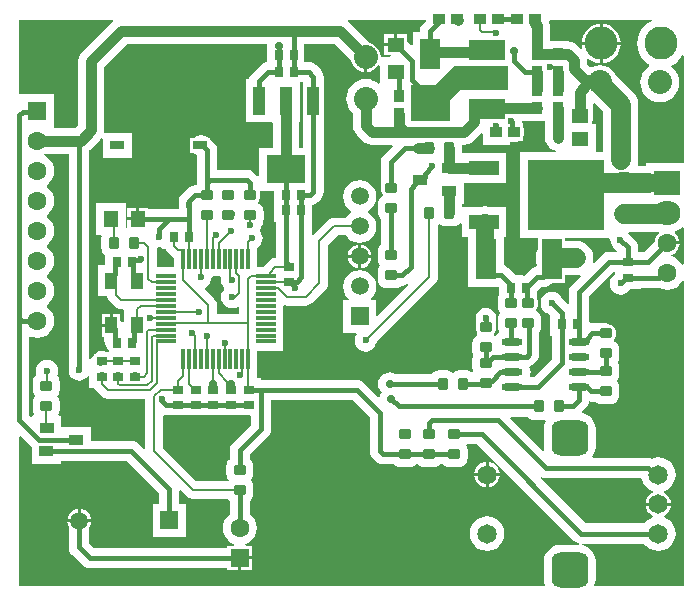
<source format=gtl>
G04*
G04 #@! TF.GenerationSoftware,Altium Limited,Altium Designer,21.3.2 (30)*
G04*
G04 Layer_Physical_Order=1*
G04 Layer_Color=255*
%FSTAX25Y25*%
%MOIN*%
G70*
G04*
G04 #@! TF.SameCoordinates,665701D7-0C42-49A3-A721-B3261F62B861*
G04*
G04*
G04 #@! TF.FilePolarity,Positive*
G04*
G01*
G75*
%ADD14C,0.00800*%
G04:AMPARAMS|DCode=23|XSize=39.37mil|YSize=35.43mil|CornerRadius=4.43mil|HoleSize=0mil|Usage=FLASHONLY|Rotation=0.000|XOffset=0mil|YOffset=0mil|HoleType=Round|Shape=RoundedRectangle|*
%AMROUNDEDRECTD23*
21,1,0.03937,0.02657,0,0,0.0*
21,1,0.03051,0.03543,0,0,0.0*
1,1,0.00886,0.01526,-0.01329*
1,1,0.00886,-0.01526,-0.01329*
1,1,0.00886,-0.01526,0.01329*
1,1,0.00886,0.01526,0.01329*
%
%ADD23ROUNDEDRECTD23*%
%ADD24R,0.03347X0.02756*%
%ADD25R,0.02756X0.03347*%
%ADD26R,0.07087X0.13583*%
%ADD27R,0.09843X0.04724*%
%ADD28R,0.25591X0.23622*%
%ADD29R,0.05512X0.04724*%
%ADD30R,0.06693X0.09843*%
%ADD31R,0.03740X0.03937*%
G04:AMPARAMS|DCode=32|XSize=39.37mil|YSize=35.43mil|CornerRadius=4.43mil|HoleSize=0mil|Usage=FLASHONLY|Rotation=270.000|XOffset=0mil|YOffset=0mil|HoleType=Round|Shape=RoundedRectangle|*
%AMROUNDEDRECTD32*
21,1,0.03937,0.02657,0,0,270.0*
21,1,0.03051,0.03543,0,0,270.0*
1,1,0.00886,-0.01329,-0.01526*
1,1,0.00886,-0.01329,0.01526*
1,1,0.00886,0.01329,0.01526*
1,1,0.00886,0.01329,-0.01526*
%
%ADD32ROUNDEDRECTD32*%
%ADD33R,0.03937X0.05512*%
%ADD34O,0.07087X0.02362*%
%ADD35R,0.03740X0.03543*%
%ADD36R,0.04724X0.03347*%
%ADD37R,0.06693X0.01181*%
%ADD38R,0.01181X0.06693*%
%ADD39R,0.05000X0.05500*%
%ADD40R,0.04724X0.03150*%
%ADD41R,0.03937X0.09449*%
%ADD42R,0.12992X0.09449*%
%ADD43R,0.03937X0.03740*%
%ADD44R,0.12205X0.07087*%
%ADD45R,0.05500X0.05000*%
%ADD80C,0.01700*%
%ADD81C,0.03500*%
%ADD82C,0.06500*%
%ADD83C,0.06000*%
%ADD84C,0.06299*%
%ADD85R,0.06299X0.06299*%
%ADD86C,0.05906*%
%ADD87R,0.05906X0.05906*%
G04:AMPARAMS|DCode=88|XSize=122.05mil|YSize=118.11mil|CornerRadius=29.53mil|HoleSize=0mil|Usage=FLASHONLY|Rotation=0.000|XOffset=0mil|YOffset=0mil|HoleType=Round|Shape=RoundedRectangle|*
%AMROUNDEDRECTD88*
21,1,0.12205,0.05906,0,0,0.0*
21,1,0.06299,0.11811,0,0,0.0*
1,1,0.05906,0.03150,-0.02953*
1,1,0.05906,-0.03150,-0.02953*
1,1,0.05906,-0.03150,0.02953*
1,1,0.05906,0.03150,0.02953*
%
%ADD88ROUNDEDRECTD88*%
%ADD89C,0.06496*%
%ADD90R,0.09000X0.08000*%
%ADD91O,0.09000X0.08000*%
%ADD92R,0.05906X0.05906*%
%ADD93C,0.11000*%
%ADD94C,0.02362*%
%ADD95C,0.02756*%
%ADD96C,0.08000*%
G36*
X0368079Y0389456D02*
X0367111Y0388488D01*
X0366574Y0387788D01*
X0366236Y0386973D01*
X0366121Y0386098D01*
Y0385795D01*
X0363653D01*
Y0381528D01*
X0363192Y0381337D01*
X036175Y0382779D01*
Y0385D01*
X03585D01*
Y03815D01*
X0358D01*
Y0381D01*
X035425D01*
Y0378D01*
X0356326D01*
X0356069Y03775D01*
X0353029D01*
X0352871Y0378695D01*
X0352367Y0379911D01*
X0351566Y0380956D01*
X0350522Y0381757D01*
X0349305Y0382261D01*
X0349174Y0382278D01*
X0342421Y0389031D01*
X0341844Y0389474D01*
X0342014Y0389974D01*
X0368079D01*
Y0389456D01*
D02*
G37*
G36*
X0443579Y0389474D02*
X0443424Y0389427D01*
X0442034Y0388684D01*
X0440816Y0387684D01*
X0439816Y0386466D01*
X0439073Y0385076D01*
X0438616Y0383568D01*
X0438461Y0382D01*
X0438616Y0380432D01*
X0439073Y0378924D01*
X0439816Y0377534D01*
X0440816Y0376316D01*
X0442034Y0375316D01*
X0442563Y0375033D01*
Y0374533D01*
X0442371Y0374431D01*
X0441382Y0373618D01*
X0440569Y0372629D01*
X0439966Y0371499D01*
X0439594Y0370274D01*
X0439468Y0369D01*
X0439594Y0367726D01*
X0439966Y03665D01*
X0440569Y0365371D01*
X0441382Y0364382D01*
X0442371Y0363569D01*
X0443501Y0362966D01*
X0444726Y0362594D01*
X0446Y0362469D01*
X0447274Y0362594D01*
X0448499Y0362966D01*
X0449629Y0363569D01*
X0450618Y0364382D01*
X0451431Y0365371D01*
X0452034Y03665D01*
X0452406Y0367726D01*
X0452531Y0369D01*
X0452406Y0370274D01*
X0452034Y0371499D01*
X0451431Y0372629D01*
X0450618Y0373618D01*
X0449921Y0374191D01*
X044998Y0374789D01*
X0450966Y0375316D01*
X0452184Y0376316D01*
X0453184Y0377534D01*
X0453474Y0378077D01*
X0453974Y0377951D01*
Y0342D01*
X04415D01*
Y03413D01*
X0438877D01*
X0438713Y0341546D01*
X0438612Y03418D01*
X04388Y0343223D01*
Y0361594D01*
X0438602Y0363095D01*
X0438023Y0364494D01*
X0437101Y0365695D01*
X0431112Y0371684D01*
X0431023Y03719D01*
X0430101Y0373101D01*
X04289Y0374023D01*
X0427501Y0374602D01*
X0426Y03748D01*
X0424499Y0374602D01*
X0423402Y0374148D01*
X0422921D01*
X042179Y0375279D01*
Y0376402D01*
X042173Y0376859D01*
X0422199Y0377121D01*
X0422871Y0376569D01*
X0424001Y0375966D01*
X0425226Y0375594D01*
X0426Y0375518D01*
Y03815D01*
X0420018D01*
X0420094Y0380726D01*
X0420166Y0380487D01*
X0419737Y038023D01*
X0418484Y0381484D01*
X0417596Y0382165D01*
X0416562Y0382593D01*
X0415453Y0382739D01*
X0409287D01*
Y0388004D01*
X0409141Y0389113D01*
X0408991Y0389474D01*
X0409288Y0389974D01*
X0443505D01*
X0443579Y0389474D01*
D02*
G37*
G36*
X0343111Y0376216D02*
X0343129Y0376084D01*
X0343633Y0374868D01*
X0344434Y0373824D01*
X0345478Y0373022D01*
X0346695Y0372518D01*
X03475Y0372412D01*
Y037739D01*
X03485D01*
Y0372412D01*
X0349305Y0372518D01*
X0350522Y0373022D01*
X0351566Y0373824D01*
X035225Y0374715D01*
X035275Y0374545D01*
Y0368767D01*
X035225Y0368531D01*
X0351629Y0369041D01*
X03505Y0369644D01*
X0349274Y0370016D01*
X0348Y0370142D01*
X0346726Y0370016D01*
X03455Y0369644D01*
X0344371Y0369041D01*
X0343382Y0368229D01*
X0342569Y0367239D01*
X0341966Y036611D01*
X0341594Y0364884D01*
X0341469Y036361D01*
X0341594Y0362336D01*
X0341966Y0361111D01*
X0342569Y0359982D01*
X0343382Y0358992D01*
X0343713Y0358719D01*
Y035455D01*
X0343859Y0353441D01*
X0344288Y0352407D01*
X0344969Y0351519D01*
X0347019Y0349469D01*
X0347907Y0348788D01*
X0348941Y0348359D01*
X035005Y0348213D01*
X0356782D01*
X0356973Y0347751D01*
X0354111Y0344889D01*
X0353574Y0344189D01*
X0353236Y0343374D01*
X0353121Y03425D01*
Y0333846D01*
X0353236Y0332972D01*
X0353574Y0332157D01*
X0353575Y0332155D01*
X0353615Y0331955D01*
X0353744Y0331762D01*
Y0331158D01*
X035349Y0331053D01*
X0352875Y0330581D01*
X0352404Y0329966D01*
X0352107Y0329251D01*
X0352006Y0328482D01*
Y0325825D01*
X0352107Y0325057D01*
X0352404Y0324341D01*
X0352875Y0323726D01*
X0353121Y0323537D01*
Y0314963D01*
X0352875Y0314774D01*
X0352404Y0314159D01*
X0352107Y0313443D01*
X0352006Y0312675D01*
Y0310018D01*
X0352107Y0309249D01*
X0352404Y0308534D01*
X0352813Y0308D01*
X0352404Y0307466D01*
X0352107Y030675D01*
X0352006Y0305982D01*
Y0303325D01*
X0352107Y0302557D01*
X0352404Y0301841D01*
X0352875Y0301226D01*
X035349Y0300754D01*
X0354206Y0300458D01*
X0354974Y0300357D01*
X0358026D01*
X0358794Y0300458D01*
X035951Y0300754D01*
X0360124Y0301226D01*
X0360163Y0301276D01*
X0361028Y030139D01*
X0361843Y0301727D01*
X0362017Y0301861D01*
X0362348Y0301484D01*
X0351915Y0291051D01*
X0351453Y0291243D01*
Y0296453D01*
X0349809D01*
X0349648Y0296926D01*
X0349889Y0297111D01*
X0350763Y029825D01*
X0351312Y0299576D01*
X03515Y0301D01*
X0351312Y0302424D01*
X0350763Y030375D01*
X0349889Y0304889D01*
X034875Y0305763D01*
X0347424Y0306312D01*
X0346Y03065D01*
X0344577Y0306312D01*
X034325Y0305763D01*
X0342111Y0304889D01*
X0341237Y030375D01*
X0340688Y0302424D01*
X03405Y0301D01*
X0340688Y0299576D01*
X0341237Y029825D01*
X0342111Y0297111D01*
X0342352Y0296926D01*
X0342191Y0296453D01*
X0340547D01*
Y0285547D01*
X0344749D01*
X0344971Y0285099D01*
X0344785Y0284856D01*
X0344414Y0283961D01*
X0344287Y0283D01*
X0344414Y0282039D01*
X0344785Y0281144D01*
X0345375Y0280375D01*
X0346144Y0279785D01*
X0347039Y0279414D01*
X0348Y0279287D01*
X0348961Y0279414D01*
X0349856Y0279785D01*
X0350625Y0280375D01*
X0351215Y0281144D01*
X0351586Y0282039D01*
X0351649Y0282512D01*
X0371222Y0302085D01*
X0371687Y0302691D01*
X0371979Y0303397D01*
X0372079Y0304153D01*
Y032149D01*
X03725Y0321813D01*
X0373034Y0321404D01*
X0373749Y0321107D01*
X0374518Y0321006D01*
X0377175D01*
X0377943Y0321107D01*
X0378659Y0321404D01*
X0379274Y0321876D01*
X0379461Y0322119D01*
X0379961Y0321949D01*
Y03176D01*
X0382031D01*
Y0300709D01*
X0392563D01*
Y029852D01*
X0392404Y0298313D01*
X0392107Y0297597D01*
X0392006Y0296829D01*
Y0294171D01*
X0392107Y0293403D01*
X0392404Y0292687D01*
X0392813Y0292154D01*
X0392404Y029162D01*
X0392107Y0290904D01*
X0392006Y0290136D01*
Y0287478D01*
X0392107Y028671D01*
X0392404Y0285994D01*
X0392633Y0285695D01*
X039189Y0285125D01*
X0391546Y0284676D01*
X0391234Y0284604D01*
X0390756Y0284939D01*
Y0285262D01*
X0390885Y0285455D01*
X0390925Y0285655D01*
X0390926Y0285657D01*
X0391264Y0286472D01*
X0391379Y0287347D01*
Y02905D01*
X0391264Y0291374D01*
X0390926Y029219D01*
X0390389Y0292889D01*
X0389689Y0293426D01*
X0388875Y0293764D01*
X0388Y0293879D01*
X0387125Y0293764D01*
X0386311Y0293426D01*
X0385611Y0292889D01*
X0385074Y029219D01*
X0384736Y0291374D01*
X0384621Y02905D01*
Y0287347D01*
X0384736Y0286472D01*
X0385074Y0285657D01*
X0385075Y0285655D01*
X0385115Y0285455D01*
X0385244Y0285262D01*
Y0284658D01*
X038499Y0284553D01*
X0384376Y0284081D01*
X0383904Y0283466D01*
X0383607Y0282751D01*
X0383506Y0281982D01*
Y0279325D01*
X0383607Y0278557D01*
X0383838Y0278D01*
X0383607Y0277443D01*
X0383506Y0276675D01*
Y0274018D01*
X0383607Y027325D01*
X038383Y0272712D01*
X0383419Y0272397D01*
X0383159Y0272596D01*
X0382443Y0272893D01*
X0381675Y0272994D01*
X0379018D01*
X037825Y0272893D01*
X0377534Y0272596D01*
X0377Y0272187D01*
X0376466Y0272596D01*
X037575Y0272893D01*
X0374982Y0272994D01*
X0372325D01*
X0371557Y0272893D01*
X0370841Y0272596D01*
X0370226Y0272125D01*
X0370037Y0271879D01*
X0357967D01*
X0357956Y0271887D01*
X0357012Y0272278D01*
X0356Y0272411D01*
X0354988Y0272278D01*
X0354044Y0271887D01*
X0353234Y0271266D01*
X0352613Y0270456D01*
X0352222Y0269512D01*
X0352089Y02685D01*
X0352222Y0267488D01*
X0352613Y0266544D01*
X0353234Y0265734D01*
X0353292Y026569D01*
X0353113Y0265456D01*
X0352722Y0264512D01*
X0352684Y0264228D01*
X0352211Y0264068D01*
X034733Y0268948D01*
X034663Y0269485D01*
X0345815Y0269823D01*
X0344941Y0269938D01*
X0313173D01*
Y0270437D01*
X0311752D01*
Y0270969D01*
X0311917D01*
Y0279583D01*
X0320532D01*
Y0281551D01*
Y0285488D01*
Y0289425D01*
Y0294461D01*
X0320832Y0294661D01*
X0321031Y0294722D01*
X0321724Y029463D01*
X0328055D01*
X0328813Y029473D01*
X0329518Y0295022D01*
X0330124Y0295487D01*
X0334568Y0299932D01*
X0335033Y0300537D01*
X0335325Y0301243D01*
X0335425Y0302D01*
Y0314788D01*
X0338712Y0318075D01*
X0341371D01*
X0342111Y0317111D01*
X034325Y0316237D01*
X0344577Y0315688D01*
X0346Y03155D01*
X0347424Y0315688D01*
X034875Y0316237D01*
X0349889Y0317111D01*
X0350763Y031825D01*
X0351312Y0319577D01*
X03515Y0321D01*
X0351312Y0322424D01*
X0350763Y032375D01*
X0349889Y0324889D01*
X0348807Y0325719D01*
X0348776Y0326D01*
X0348807Y0326281D01*
X0349889Y0327111D01*
X0350763Y032825D01*
X0351312Y0329576D01*
X03515Y0331D01*
X0351312Y0332423D01*
X0350763Y033375D01*
X0349889Y0334889D01*
X034875Y0335763D01*
X0347424Y0336312D01*
X0346Y03365D01*
X0344577Y0336312D01*
X034325Y0335763D01*
X0342111Y0334889D01*
X0341237Y033375D01*
X0340688Y0332423D01*
X03405Y0331D01*
X0340688Y0329576D01*
X0341237Y032825D01*
X0342111Y0327111D01*
X0343193Y0326281D01*
X0343224Y0326D01*
X0343193Y0325719D01*
X0342111Y0324889D01*
X0341371Y0323925D01*
X03375D01*
X0336743Y0323825D01*
X0336037Y0323533D01*
X0335432Y0323068D01*
X0330438Y0318075D01*
X0330413Y0318075D01*
X0329938Y0318246D01*
Y03265D01*
Y0328171D01*
X0330434Y0328236D01*
X0331249Y0328574D01*
X0331948Y0329111D01*
X0332944Y0330107D01*
X0333481Y0330806D01*
X0333819Y0331621D01*
X0333934Y0332496D01*
Y0362917D01*
Y0370945D01*
X0333819Y0371819D01*
X0333481Y0372634D01*
X0332944Y0373334D01*
X0331389Y0374889D01*
X0330689Y0375426D01*
X0329874Y0375764D01*
X0329Y0375879D01*
X0327438D01*
Y0378D01*
Y0381713D01*
X0337614D01*
X0343111Y0376216D01*
D02*
G37*
G36*
X03955Y03665D02*
X03795D01*
X0376Y0363D01*
Y0356D01*
X0363D01*
Y0368D01*
X0371D01*
X03775Y03745D01*
X03955D01*
Y03665D01*
D02*
G37*
G36*
X0264046Y0389474D02*
X0263469Y0389031D01*
X0253469Y0379031D01*
X0252788Y0378143D01*
X0252359Y037711D01*
X0252213Y0376D01*
Y0354776D01*
X0251224Y0353787D01*
X0244623D01*
X024415Y035385D01*
Y036515D01*
X023285D01*
X0232526Y0365515D01*
Y0389974D01*
X0263876D01*
X0264046Y0389474D01*
D02*
G37*
G36*
X0407713Y03505D02*
X0407859Y0349391D01*
X0408288Y0348357D01*
X0408969Y0347469D01*
X0409857Y0346788D01*
X041089Y0346359D01*
X0411543Y0346273D01*
X041151Y0345774D01*
X0399449D01*
Y0317151D01*
X0405382D01*
Y031335D01*
X0404823Y0312001D01*
X0404625Y03105D01*
X0404823Y0308999D01*
X040522Y0308041D01*
X040522Y0308002D01*
X0404903Y03075D01*
X0404347Y0307426D01*
X0403532Y0307089D01*
X0402832Y0306552D01*
X0400768Y0304487D01*
X0400319Y0304673D01*
Y0304673D01*
X039818D01*
X0395561Y0307292D01*
X0394862Y0307829D01*
X0394118Y0308137D01*
Y03176D01*
X0394803D01*
Y0327325D01*
X0389526D01*
X0389164Y0327475D01*
X0387728Y0327664D01*
X0386293Y0327475D01*
X0385931Y0327325D01*
X0380187D01*
Y0328627D01*
X0380762D01*
Y03356D01*
X0394803D01*
Y0345325D01*
X0380208D01*
Y0346728D01*
X0380143Y0347218D01*
Y0348213D01*
X0380842D01*
X0381952Y0348359D01*
X0382986Y0348788D01*
X0383874Y0349469D01*
X038657Y0352165D01*
X0387032Y0351973D01*
Y034813D01*
X0395969D01*
Y0349019D01*
X0396384Y0349297D01*
X0396531Y0349236D01*
X0397406Y0349121D01*
X039828Y0349236D01*
X0399095Y0349574D01*
X0399168Y034963D01*
X0400374D01*
Y0350913D01*
X0400669Y0351625D01*
X0400784Y03525D01*
X0400669Y0353375D01*
X0400374Y0354087D01*
Y035537D01*
X0400006D01*
Y0355873D01*
X0400174Y0356066D01*
X040488D01*
X0404979Y0356079D01*
X0407713D01*
Y03505D01*
D02*
G37*
G36*
X0327176Y0362917D02*
Y0347307D01*
X0325787D01*
Y0355693D01*
X0325969D01*
Y0369121D01*
X0327176D01*
Y0362917D01*
D02*
G37*
G36*
X04272Y0359192D02*
Y0345774D01*
X0424769D01*
Y0355139D01*
X0423269D01*
Y0355719D01*
X0423654Y0356648D01*
X04238Y0357757D01*
Y0361939D01*
X0424262Y036213D01*
X04272Y0359192D01*
D02*
G37*
G36*
X0315063Y0375821D02*
X0314626Y0375764D01*
X031381Y0375426D01*
X0313111Y0374889D01*
X0310056Y0371834D01*
X0309519Y0371134D01*
X0309181Y0370319D01*
X0309158Y0370142D01*
X0307976D01*
Y0355693D01*
X0316913D01*
X0317213Y0355317D01*
Y0347307D01*
X0312504D01*
Y0337914D01*
X0312004Y0337744D01*
X0311889Y0337893D01*
X0310893Y0338889D01*
X0310194Y0339426D01*
X0309379Y0339764D01*
X0308504Y0339879D01*
X0298379D01*
Y0346567D01*
X0298264Y0347442D01*
X0297926Y0348256D01*
X0297389Y0348956D01*
X0296142Y0350204D01*
Y0350575D01*
X0295714D01*
X0295256Y0350926D01*
X0294442Y0351264D01*
X0293567Y0351379D01*
X0292779D01*
X0291905Y0351264D01*
X029109Y0350926D01*
X0290632Y0350575D01*
X0289417D01*
Y0348127D01*
X0289401Y0348D01*
X0289417Y0347873D01*
Y0345425D01*
X0290632D01*
X029109Y0345074D01*
X0291621Y0344854D01*
Y03355D01*
Y0334725D01*
X0290996D01*
X0290121Y033461D01*
X0289306Y0334273D01*
X0288607Y0333736D01*
X0286737Y0331867D01*
X02862Y0331167D01*
X0285863Y0330352D01*
X0285748Y0329477D01*
X0285805Y0329041D01*
X0285736Y0328874D01*
X0285621Y0328D01*
X0285651Y0327776D01*
Y0326879D01*
X02755D01*
Y032725D01*
X02725D01*
Y03235D01*
X0272D01*
Y0323D01*
X02685D01*
Y032032D01*
X0268Y032062D01*
Y032875D01*
X0258D01*
Y031825D01*
X0259697D01*
X0259928Y0317903D01*
X0259952Y031775D01*
X0259857Y0317026D01*
Y0313974D01*
X0259958Y0313206D01*
X0260254Y031249D01*
X0260726Y0311876D01*
X0261063Y0311617D01*
Y0308692D01*
X0261034Y0308472D01*
Y0308236D01*
X0258701D01*
Y0297724D01*
X0261884D01*
X0261912Y0297505D01*
X0262205Y02968D01*
X0262669Y0296194D01*
X0264479Y0294385D01*
X0265085Y029392D01*
X026579Y0293627D01*
X0266547Y0293528D01*
X0266967D01*
X0267362Y0293276D01*
Y0289219D01*
X0266862Y0289049D01*
X0266677Y028929D01*
X0266138Y0289704D01*
Y0291776D01*
X0263669D01*
Y028802D01*
X0263169D01*
Y028752D01*
X0260201D01*
Y0284264D01*
X0260909D01*
Y0282948D01*
X0261024Y0282074D01*
X0261362Y0281259D01*
X0261898Y0280559D01*
X0261921Y0280537D01*
X0262015Y0280311D01*
X0262552Y0279611D01*
X0262397Y0279168D01*
X0262205Y0278984D01*
X0261691D01*
X0261689Y0278985D01*
X0260875Y0279323D01*
X026Y0279438D01*
X0259125Y0279323D01*
X0258311Y0278985D01*
X0257611Y0278448D01*
X0257599Y0278437D01*
X0257327D01*
Y0278164D01*
X0257083Y027792D01*
X0256546Y0277221D01*
X0256379Y0276818D01*
X0255879Y0276917D01*
Y0346352D01*
X0256031Y0346469D01*
X0259531Y0349969D01*
X0259858Y0350395D01*
X0260358Y0350225D01*
Y0343925D01*
X0270083D01*
Y0352075D01*
X0261044D01*
X0260714Y0352451D01*
X0260787Y0353D01*
Y0374224D01*
X0268276Y0381713D01*
X0315063D01*
Y0375821D01*
D02*
G37*
G36*
X0280063Y0313812D02*
Y0313327D01*
X0281341D01*
X0281408Y0313164D01*
X0281873Y0312559D01*
X0283368Y0311063D01*
X0283974Y0310598D01*
X0284083Y0310553D01*
Y0307417D01*
X0278425D01*
Y0313692D01*
X0278868Y0314139D01*
X0279Y0314121D01*
X0279563Y0314195D01*
X0280063Y0313812D01*
D02*
G37*
G36*
X0445883Y0318722D02*
X0445541Y031846D01*
X0444875Y0317593D01*
X0444457Y0316583D01*
X0444405Y0316183D01*
X044066Y0312438D01*
X0438879D01*
Y0314D01*
X0438764Y0314875D01*
X0438426Y0315689D01*
X0437889Y0316389D01*
X0435557Y0318722D01*
X0435764Y0319222D01*
X0445713D01*
X0445883Y0318722D01*
D02*
G37*
G36*
X0429496Y0316776D02*
X0429478Y0316643D01*
X0429593Y0315768D01*
X0429931Y0314953D01*
X0430468Y0314254D01*
X0431783Y0312938D01*
X0431576Y0312438D01*
X0429059D01*
X0428185Y0312323D01*
X042737Y0311985D01*
X042667Y0311448D01*
X0424019Y0308798D01*
X0423615Y0309101D01*
X04238Y03105D01*
X0423602Y0312001D01*
X0423023Y03134D01*
X0422101Y0314601D01*
X04209Y0315523D01*
X0419501Y0316102D01*
X0418Y03163D01*
X0414468D01*
Y0317151D01*
X0429166D01*
X0429496Y0316776D01*
D02*
G37*
G36*
X0453974Y0320567D02*
Y0308329D01*
X0453484Y0308232D01*
X0453435Y0308349D01*
X0452529Y0309529D01*
X0451349Y0310435D01*
X0449975Y0311004D01*
X0449839Y0311022D01*
X0449772Y0311535D01*
X0450593Y0311875D01*
X045146Y0312541D01*
X0452125Y0313407D01*
X0452543Y0314417D01*
X045262Y0315D01*
X04485D01*
Y0316D01*
X045262D01*
X0452543Y0316583D01*
X0452125Y0317593D01*
X045146Y031846D01*
X0451019Y0318797D01*
X045112Y0319351D01*
X04515Y0319466D01*
X0452629Y0320069D01*
X0453474Y0320763D01*
X0453974Y0320567D01*
D02*
G37*
G36*
X0317563Y0327327D02*
Y0322327D01*
X0318062D01*
Y0310484D01*
X0317917D01*
X031716Y0310384D01*
X0316455Y0310092D01*
X0315849Y0309627D01*
X0313939Y0307717D01*
X0313709Y0307417D01*
X0311917D01*
Y0313831D01*
X0312625Y0314375D01*
X0313215Y0315144D01*
X0313586Y0316039D01*
X0313713Y0317D01*
X0313586Y0317961D01*
X0313215Y0318856D01*
X0312663Y0319576D01*
X0312715Y0319644D01*
X0313086Y0320539D01*
X0313188Y0321308D01*
X0313596Y0321841D01*
X0313893Y0322557D01*
X0313994Y0323325D01*
Y0325982D01*
X0313893Y032675D01*
X0313596Y0327466D01*
X0313124Y0328081D01*
X031251Y0328553D01*
X0312256Y0328658D01*
Y0329262D01*
X0312385Y0329455D01*
X0312425Y0329655D01*
X0312426Y0329657D01*
X0312764Y0330472D01*
X0312879Y0331347D01*
Y0332858D01*
X0317563D01*
Y0327327D01*
D02*
G37*
G36*
X0419702Y0304481D02*
X0416733Y0301511D01*
X0416196Y0300812D01*
X0415858Y0299997D01*
X0415743Y0299122D01*
Y0295189D01*
X0415281Y0294997D01*
X0413423Y0296856D01*
X0413215Y0297356D01*
X0412625Y0298125D01*
X0411856Y0298715D01*
X0410961Y0299086D01*
X041Y0299213D01*
X0409039Y0299086D01*
X0408144Y0298715D01*
X0407375Y0298125D01*
X0406785Y0297356D01*
X0406414Y0296461D01*
X0406287Y02955D01*
X0406414Y0294539D01*
X0406785Y0293644D01*
X0407375Y0292875D01*
X0408144Y0292285D01*
X0408644Y0292077D01*
X0409563Y0291159D01*
Y0284327D01*
X0410062D01*
Y027684D01*
X04041Y0270879D01*
X0403003D01*
X0402725Y0271295D01*
X0402826Y0271539D01*
X0402953Y02725D01*
X0402826Y0273461D01*
X040254Y0274152D01*
X0402922Y0274536D01*
X040332Y02747D01*
X040402Y0275237D01*
X0404889Y0276107D01*
X0405426Y0276806D01*
X0405764Y0277621D01*
X0405879Y0278496D01*
Y0285711D01*
X0406096Y0285994D01*
X0406393Y028671D01*
X0406494Y0287478D01*
Y0290136D01*
X0406393Y0290904D01*
X0406096Y029162D01*
X0405624Y0292235D01*
X040501Y0292706D01*
X0404756Y0292812D01*
Y0293415D01*
X0404885Y0293608D01*
X0404925Y0293808D01*
X0404926Y0293811D01*
X0405264Y0294625D01*
X0405379Y02955D01*
X0405264Y0296375D01*
X0405158Y0296629D01*
Y0299321D01*
X0406621Y0300784D01*
X0407232D01*
X0408106Y0300899D01*
X0408921Y0301236D01*
X0409621Y0301773D01*
X0410056Y0302209D01*
X0414468D01*
Y03047D01*
X0418D01*
X0419399Y0304885D01*
X0419702Y0304481D01*
D02*
G37*
G36*
X0299697Y0304173D02*
X0299898Y0303839D01*
X0299787Y0303D01*
X0299914Y0302039D01*
X0300285Y0301144D01*
X0300691Y0300614D01*
X0300828Y030025D01*
X0300691Y0299886D01*
X0300285Y0299356D01*
X0299914Y0298461D01*
X0299787Y02975D01*
X0299914Y0296539D01*
X0300285Y0295644D01*
X0300875Y0294875D01*
X0301644Y0294285D01*
X0302539Y0293914D01*
X03035Y0293787D01*
X0304461Y0293914D01*
X0305356Y0294285D01*
X0305453Y0294359D01*
X0305902Y0294138D01*
Y0291682D01*
X0298425D01*
Y0294673D01*
X0298325Y029543D01*
X0298033Y0296136D01*
X0297568Y0296742D01*
X0294298Y0300012D01*
X0294415Y0300602D01*
X0294856Y0300785D01*
X0295625Y0301375D01*
X0296215Y0302144D01*
X0296586Y0303039D01*
X0296713Y0304D01*
X029701Y0304339D01*
X0299529D01*
X0299697Y0304173D01*
D02*
G37*
G36*
X0249121Y0273D02*
X0249236Y0272126D01*
X0249574Y027131D01*
X0250111Y0270611D01*
X0250811Y0270074D01*
X0251625Y0269736D01*
X02525Y0269621D01*
X0253375Y0269736D01*
X0254189Y0270074D01*
X0254889Y0270611D01*
X0255327Y0271181D01*
X0255827Y0271021D01*
Y0267063D01*
X0257456D01*
X0257467Y0267038D01*
X0257932Y0266432D01*
X0259932Y0264432D01*
X0260538Y0263967D01*
X0261243Y0263675D01*
X0262Y0263575D01*
X0274575D01*
Y0246857D01*
X0274113Y0246666D01*
X0272269Y0248509D01*
X0271569Y0249046D01*
X0270754Y0249384D01*
X026988Y0249499D01*
X0256283D01*
Y0254153D01*
X0246559D01*
X0246462Y0254613D01*
Y0257873D01*
X0245803D01*
X0245582Y0258322D01*
X0245596Y0258341D01*
X0245893Y0259057D01*
X0245994Y0259825D01*
Y0262482D01*
X0245893Y026325D01*
X0245596Y0263966D01*
X0245187Y02645D01*
X0245596Y0265034D01*
X0245893Y026575D01*
X0245994Y0266518D01*
Y0269175D01*
X0245893Y0269943D01*
X0245596Y0270659D01*
X0245132Y0271264D01*
X024536Y0271812D01*
X0245486Y0272773D01*
X024536Y0273734D01*
X0244989Y027463D01*
X0244399Y0275399D01*
X024363Y0275989D01*
X0242734Y027636D01*
X0241773Y0276486D01*
X0240812Y027636D01*
X0239917Y0275989D01*
X0239148Y0275399D01*
X0238558Y027463D01*
X0238187Y0273734D01*
X023806Y0272773D01*
X0238187Y0271812D01*
X0238281Y0271585D01*
X0237876Y0271274D01*
X0237404Y0270659D01*
X0237107Y0269943D01*
X0237006Y0269175D01*
Y0266518D01*
X0237107Y026575D01*
X0237404Y0265034D01*
X0237813Y02645D01*
X0237404Y0263966D01*
X0237107Y026325D01*
X0237006Y0262482D01*
Y0259825D01*
X0237107Y0259057D01*
X0237404Y0258341D01*
X0237418Y0258322D01*
X0237197Y0257873D01*
X0236738D01*
Y0257625D01*
X0236276Y0257434D01*
X0235879Y0257831D01*
Y0284021D01*
X0236295Y0284298D01*
X0237025Y0283996D01*
X02385Y0283802D01*
X0239975Y0283996D01*
X0241349Y0284565D01*
X0242529Y0285471D01*
X0243435Y0286651D01*
X0244004Y0288025D01*
X0244198Y02895D01*
X0244004Y0290975D01*
X0243435Y0292349D01*
X0242529Y0293529D01*
X0241675Y0294185D01*
Y0294815D01*
X0242529Y0295471D01*
X0243435Y0296651D01*
X0244004Y0298025D01*
X0244198Y02995D01*
X0244004Y0300975D01*
X0243435Y0302349D01*
X0242529Y0303529D01*
X0241675Y0304185D01*
Y0304815D01*
X0242529Y0305471D01*
X0243435Y0306651D01*
X0244004Y0308025D01*
X0244198Y03095D01*
X0244004Y0310975D01*
X0243435Y0312349D01*
X0242529Y0313529D01*
X0241675Y0314185D01*
Y0314815D01*
X0242529Y0315471D01*
X0243435Y0316651D01*
X0244004Y0318025D01*
X0244198Y03195D01*
X0244004Y0320975D01*
X0243435Y0322349D01*
X0242529Y0323529D01*
X0241675Y0324185D01*
Y0324815D01*
X0242529Y0325471D01*
X0243435Y0326651D01*
X0244004Y0328025D01*
X0244198Y03295D01*
X0244004Y0330975D01*
X0243435Y0332349D01*
X0242529Y0333529D01*
X0241675Y0334185D01*
Y0334815D01*
X0242529Y0335471D01*
X0243435Y0336651D01*
X0244004Y0338025D01*
X0244198Y03395D01*
X0244004Y0340975D01*
X0243435Y0342349D01*
X0242529Y0343529D01*
X0241349Y0344435D01*
X0240677Y0344713D01*
X0240776Y0345213D01*
X0249121D01*
Y0273D01*
D02*
G37*
G36*
X0431096Y0305335D02*
X0431098Y030518D01*
X0430375Y0304625D01*
X0429785Y0303856D01*
X0429414Y0302961D01*
X0429287Y0302D01*
X0429414Y0301039D01*
X0429785Y0300144D01*
X0430375Y0299375D01*
X0431144Y0298785D01*
X0432039Y0298414D01*
X0433Y0298287D01*
X0433961Y0298414D01*
X0434856Y0298785D01*
X0435625Y0299375D01*
X0436154Y0300063D01*
X0439673D01*
Y0300562D01*
X0445658D01*
X0447025Y0299996D01*
X04485Y0299802D01*
X0449975Y0299996D01*
X0451349Y0300565D01*
X0452529Y0301471D01*
X0453435Y0302651D01*
X0453484Y0302768D01*
X0453974Y0302671D01*
Y0201026D01*
X0424496D01*
X0424219Y0201442D01*
X0424462Y0202029D01*
X0424649Y0203453D01*
Y0209358D01*
X0424462Y0210782D01*
X0423913Y0212108D01*
X0423039Y0213247D01*
X04219Y0214121D01*
X0420573Y0214671D01*
X0420112Y0214731D01*
X0420145Y0215231D01*
X0440875D01*
X0441428Y0214511D01*
X0442629Y0213589D01*
X0444027Y021301D01*
X0445528Y0212813D01*
X0447028Y021301D01*
X0448426Y0213589D01*
X0449627Y0214511D01*
X0450548Y0215711D01*
X0451128Y021711D01*
X0451325Y021861D01*
X0451128Y0220111D01*
X0450548Y0221509D01*
X0449627Y022271D01*
X0448426Y0223631D01*
X044736Y0224073D01*
Y0224614D01*
X044767Y0224742D01*
X0448557Y0225423D01*
X0449238Y022631D01*
X0449666Y0227344D01*
X0449746Y0227953D01*
X0441309D01*
X0441389Y0227344D01*
X0441817Y022631D01*
X0442498Y0225423D01*
X0443385Y0224742D01*
X0443695Y0224614D01*
Y0224073D01*
X0442629Y0223631D01*
X0441428Y022271D01*
X0440875Y0221989D01*
X0421289D01*
X04062Y0237078D01*
X0406484Y0237502D01*
X0407126Y0237236D01*
X0408Y0237121D01*
X0439885D01*
X0439927Y0236795D01*
X0440507Y0235397D01*
X0441428Y0234196D01*
X0442629Y0233274D01*
X0443695Y0232833D01*
Y0232292D01*
X0443385Y0232163D01*
X0442498Y0231483D01*
X0441817Y0230595D01*
X0441389Y0229562D01*
X0441309Y0228953D01*
X0449746D01*
X0449666Y0229562D01*
X0449238Y0230595D01*
X0448557Y0231483D01*
X044767Y0232163D01*
X044736Y0232292D01*
Y0232833D01*
X0448426Y0233274D01*
X0449627Y0234196D01*
X0450548Y0235397D01*
X0451128Y0236795D01*
X0451325Y0238295D01*
X0451128Y0239796D01*
X0450548Y0241194D01*
X0449627Y0242395D01*
X0448426Y0243316D01*
X0447028Y0243895D01*
X0445528Y0244093D01*
X0444027Y0243895D01*
X0443359Y0243619D01*
X0443008Y0243764D01*
X0442134Y0243879D01*
X0423773D01*
X0423552Y0244327D01*
X0423913Y0244797D01*
X0424462Y0246124D01*
X0424649Y0247547D01*
Y0253453D01*
X0424462Y0254876D01*
X0423913Y0256203D01*
X0423039Y0257342D01*
X04219Y0258216D01*
X0420573Y0258765D01*
X0420227Y0258811D01*
X0420067Y0259284D01*
X0421511Y0260729D01*
X0422048Y0261428D01*
X0422386Y0262243D01*
X0422448Y0262715D01*
X0423164Y0262621D01*
X0424512D01*
X042499Y0262254D01*
X0425706Y0261958D01*
X0426474Y0261857D01*
X0429526D01*
X0430294Y0261958D01*
X043101Y0262254D01*
X0431625Y0262726D01*
X0432096Y0263341D01*
X0432393Y0264057D01*
X0432494Y0264825D01*
Y0267482D01*
X0432393Y026825D01*
X0432096Y0268966D01*
X0431687Y02695D01*
X0432096Y0270034D01*
X0432393Y0270749D01*
X0432494Y0271518D01*
Y0274175D01*
X0432393Y0274943D01*
X0432096Y0275659D01*
X0432027Y027575D01*
X0432096Y0275841D01*
X0432393Y0276557D01*
X0432494Y0277325D01*
Y0279982D01*
X0432393Y028075D01*
X0432096Y0281466D01*
X0431625Y0282081D01*
X043101Y0282553D01*
X0430756Y0282658D01*
Y0283262D01*
X0430885Y0283455D01*
X0430925Y0283655D01*
X0430926Y0283657D01*
X0431264Y0284472D01*
X0431379Y0285347D01*
X0431264Y0286221D01*
X0430926Y0287036D01*
X0430925Y0287038D01*
X0430885Y0287238D01*
X0430566Y0287716D01*
X0430089Y0288034D01*
X0429969Y0288058D01*
X042969Y0288273D01*
X0428874Y028861D01*
X0428Y0288725D01*
X0423482D01*
X0423001Y0288662D01*
X0422501Y0289082D01*
Y0297723D01*
X0430459Y030568D01*
X0430959D01*
X0431096Y0305335D01*
D02*
G37*
G36*
X0402226Y0257376D02*
X0402841Y0256904D01*
X0403557Y0256607D01*
X0404325Y0256506D01*
X0406982D01*
X0407751Y0256607D01*
X0407776Y0256618D01*
X0408091Y0256207D01*
X0408087Y0256203D01*
X0407538Y0254876D01*
X0407351Y0253453D01*
Y0247547D01*
X0407489Y0246497D01*
X0407015Y0246263D01*
X0396119Y0257159D01*
X0396311Y0257621D01*
X0402037D01*
X0402226Y0257376D01*
D02*
G37*
G36*
X0281302Y0258121D02*
X0285051D01*
X02855Y0258062D01*
X0309D01*
X0309245Y0258094D01*
X0309621Y0257765D01*
Y02549D01*
X0303611Y0248889D01*
X0303074Y0248189D01*
X0302736Y0247375D01*
X0302621Y02465D01*
Y0243462D01*
X0302376Y0243274D01*
X0301904Y0242659D01*
X0301607Y0241943D01*
X0301506Y0241175D01*
Y0238518D01*
X0301607Y023775D01*
X0301904Y0237034D01*
X0302313Y02365D01*
X030199Y0236079D01*
X0291558D01*
X0284068Y0243568D01*
X0284068Y0243568D01*
X0280425Y0247212D01*
Y0257732D01*
X0280925Y0258171D01*
X0281302Y0258121D01*
D02*
G37*
G36*
X0349275Y0257447D02*
Y0246149D01*
X034939Y0245275D01*
X0349727Y024446D01*
X0350264Y024376D01*
X035126Y0242764D01*
X035196Y0242227D01*
X0352775Y024189D01*
X0353649Y0241775D01*
X0357338D01*
X0357376Y0241726D01*
X035799Y0241254D01*
X0358706Y0240958D01*
X0359474Y0240857D01*
X0362526D01*
X0363294Y0240958D01*
X036401Y0241254D01*
X0364625Y0241726D01*
X0364662Y0241775D01*
X0365338D01*
X0365375Y0241726D01*
X036599Y0241254D01*
X0366706Y0240958D01*
X0367474Y0240857D01*
X0370526D01*
X0371294Y0240958D01*
X037201Y0241254D01*
X0372624Y0241726D01*
X0372662Y0241775D01*
X0373838D01*
X0373875Y0241726D01*
X037449Y0241254D01*
X0375206Y0240958D01*
X0375974Y0240857D01*
X0379026D01*
X0379794Y0240958D01*
X038051Y0241254D01*
X0381124Y0241726D01*
X0381596Y0242341D01*
X0381893Y0243057D01*
X0381994Y0243825D01*
Y0246482D01*
X0381893Y0247251D01*
X0381596Y0247966D01*
X0381556Y0248019D01*
X0381777Y0248467D01*
X0385254D01*
X04175Y0216221D01*
X04182Y0215684D01*
X0419015Y0215347D01*
X0418937Y0214858D01*
X041285D01*
X0411427Y0214671D01*
X0410101Y0214121D01*
X0408961Y0213247D01*
X0408087Y0212108D01*
X0407538Y0210782D01*
X0407351Y0209358D01*
Y0203453D01*
X0407538Y0202029D01*
X0407781Y0201442D01*
X0407504Y0201026D01*
X0232526D01*
Y0250973D01*
X0232988Y0251165D01*
X0236562Y0247591D01*
X0236717Y0247472D01*
Y0241947D01*
X0246441D01*
Y0242741D01*
X026848D01*
X0279121Y02321D01*
Y0228453D01*
X0277047D01*
Y0217547D01*
X0287953D01*
Y0228453D01*
X0285879D01*
Y0232831D01*
X0286341Y0233023D01*
X0288278Y0231085D01*
X0288884Y023062D01*
X0289589Y0230328D01*
X0290347Y0230228D01*
X030199D01*
X0302376Y0229726D01*
X0302621Y0229537D01*
Y0225028D01*
X0301971Y0224529D01*
X0301065Y0223349D01*
X0300496Y0221975D01*
X0300302Y02205D01*
X0300496Y0219025D01*
X0301065Y0217651D01*
X0301971Y0216471D01*
X0303151Y0215565D01*
X0304154Y021515D01*
X0304054Y021465D01*
X030185D01*
Y0213879D01*
X02574D01*
X0255879Y02154D01*
Y022086D01*
X0255953Y0220957D01*
X0256351Y0221918D01*
X0256421Y022245D01*
X02525D01*
X0248579D01*
X0248649Y0221918D01*
X0249047Y0220957D01*
X0249121Y022086D01*
Y0214D01*
X0249236Y0213125D01*
X0249574Y0212311D01*
X0250111Y0211611D01*
X0253611Y0208111D01*
X0254311Y0207574D01*
X0255125Y0207236D01*
X0256Y0207121D01*
X030185D01*
Y020635D01*
X03055D01*
Y02105D01*
X0306D01*
Y0211D01*
X031015D01*
Y021465D01*
X0307946D01*
X0307846Y021515D01*
X0308849Y0215565D01*
X0310029Y0216471D01*
X0310935Y0217651D01*
X0311504Y0219025D01*
X0311698Y02205D01*
X0311504Y0221975D01*
X0310935Y0223349D01*
X0310029Y0224529D01*
X0309379Y0225028D01*
Y0229537D01*
X0309625Y0229726D01*
X0310096Y0230341D01*
X0310393Y0231057D01*
X0310494Y0231825D01*
Y0234482D01*
X0310393Y023525D01*
X0310096Y0235966D01*
X0309687Y02365D01*
X0310096Y0237034D01*
X0310393Y023775D01*
X0310494Y0238518D01*
Y0241175D01*
X0310393Y0241943D01*
X0310096Y0242659D01*
X0309625Y0243274D01*
X0309379Y0243462D01*
Y02451D01*
X0315389Y0251111D01*
X0315926Y0251811D01*
X0316264Y0252625D01*
X0316379Y02535D01*
Y026318D01*
X0343541D01*
X0349275Y0257447D01*
D02*
G37*
%LPC*%
G36*
X03575Y0385D02*
X035425D01*
Y0382D01*
X03575D01*
Y0385D01*
D02*
G37*
G36*
X0427Y0388482D02*
Y03825D01*
X0432982D01*
X0432906Y0383274D01*
X0432534Y03845D01*
X0431931Y0385629D01*
X0431118Y0386618D01*
X0430129Y0387431D01*
X0429Y0388034D01*
X0427774Y0388406D01*
X0427Y0388482D01*
D02*
G37*
G36*
X0426D02*
X0425226Y0388406D01*
X0424001Y0388034D01*
X0422871Y0387431D01*
X0421882Y0386618D01*
X0421069Y0385629D01*
X0420466Y03845D01*
X0420094Y0383274D01*
X0420018Y03825D01*
X0426D01*
Y0388482D01*
D02*
G37*
G36*
X0432982Y03815D02*
X0427D01*
Y0375518D01*
X0427774Y0375594D01*
X0429Y0375966D01*
X0430129Y0376569D01*
X0431118Y0377382D01*
X0431931Y0378371D01*
X0432534Y0379501D01*
X0432906Y0380726D01*
X0432982Y03815D01*
D02*
G37*
G36*
X03465Y0314921D02*
Y03115D01*
X0349921D01*
X0349851Y0312032D01*
X0349453Y0312993D01*
X0348819Y0313819D01*
X0347993Y0314453D01*
X0347032Y0314851D01*
X03465Y0314921D01*
D02*
G37*
G36*
X03455D02*
X0344968Y0314851D01*
X0344007Y0314453D01*
X0343181Y0313819D01*
X0342547Y0312993D01*
X0342149Y0312032D01*
X0342079Y03115D01*
X03455D01*
Y0314921D01*
D02*
G37*
G36*
X0349921Y03105D02*
X03465D01*
Y0307079D01*
X0347032Y0307149D01*
X0347993Y0307547D01*
X0348819Y0308181D01*
X0349453Y0309007D01*
X0349851Y0309968D01*
X0349921Y03105D01*
D02*
G37*
G36*
X03455D02*
X0342079D01*
X0342149Y0309968D01*
X0342547Y0309007D01*
X0343181Y0308181D01*
X0344007Y0307547D01*
X0344968Y0307149D01*
X03455Y0307079D01*
Y03105D01*
D02*
G37*
G36*
X02715Y032725D02*
X02685D01*
Y0324D01*
X02715D01*
Y032725D01*
D02*
G37*
G36*
X0262669Y0291776D02*
X0260201D01*
Y028852D01*
X0262669D01*
Y0291776D01*
D02*
G37*
G36*
X0388941Y0242514D02*
Y0238795D01*
X039266D01*
X039258Y0239404D01*
X0392152Y0240438D01*
X0391471Y0241325D01*
X0390583Y0242006D01*
X038955Y0242434D01*
X0388941Y0242514D01*
D02*
G37*
G36*
X0387941D02*
X0387332Y0242434D01*
X0386299Y0242006D01*
X0385411Y0241325D01*
X038473Y0240438D01*
X0384302Y0239404D01*
X0384222Y0238795D01*
X0387941D01*
Y0242514D01*
D02*
G37*
G36*
X039266Y0237795D02*
X0388941D01*
Y0234076D01*
X038955Y0234157D01*
X0390583Y0234585D01*
X0391471Y0235265D01*
X0392152Y0236153D01*
X039258Y0237186D01*
X039266Y0237795D01*
D02*
G37*
G36*
X0387941D02*
X0384222D01*
X0384302Y0237186D01*
X038473Y0236153D01*
X0385411Y0235265D01*
X0386299Y0234585D01*
X0387332Y0234157D01*
X0387941Y0234076D01*
Y0237795D01*
D02*
G37*
G36*
X0253Y0226871D02*
Y022345D01*
X0256421D01*
X0256351Y0223982D01*
X0255953Y0224943D01*
X0255319Y0225769D01*
X0254493Y0226403D01*
X0253532Y0226801D01*
X0253Y0226871D01*
D02*
G37*
G36*
X0252D02*
X0251468Y0226801D01*
X0250507Y0226403D01*
X0249681Y0225769D01*
X0249047Y0224943D01*
X0248649Y0223982D01*
X0248579Y022345D01*
X0252D01*
Y0226871D01*
D02*
G37*
G36*
X0388441Y0224408D02*
X038694Y022421D01*
X0385542Y0223631D01*
X0384341Y022271D01*
X038342Y0221509D01*
X0382841Y0220111D01*
X0382643Y021861D01*
X0382841Y021711D01*
X038342Y0215711D01*
X0384341Y0214511D01*
X0385542Y0213589D01*
X038694Y021301D01*
X0388441Y0212813D01*
X0389942Y021301D01*
X039134Y0213589D01*
X0392541Y0214511D01*
X0393462Y0215711D01*
X0394041Y021711D01*
X0394239Y021861D01*
X0394041Y0220111D01*
X0393462Y0221509D01*
X0392541Y022271D01*
X039134Y0223631D01*
X0389942Y022421D01*
X0388441Y0224408D01*
D02*
G37*
G36*
X031015Y021D02*
X03065D01*
Y020635D01*
X031015D01*
Y021D01*
D02*
G37*
%LPD*%
D14*
X02775Y0246D02*
Y0264367D01*
X0282Y02415D02*
Y02415D01*
X02775Y0246D02*
X0282Y02415D01*
Y02415D02*
X0290347Y0233154D01*
X0279692Y0266559D02*
X02855D01*
X02775Y0264367D02*
X0279692Y0266559D01*
X0328055Y0297555D02*
X03325Y0302D01*
X031889Y030039D02*
X0321724Y0297555D01*
X0328055D01*
X03325Y0302D02*
Y0316D01*
X0306Y02715D02*
X0306858Y0272358D01*
Y0276815D01*
X0290347Y0233154D02*
X0306D01*
X02855Y02695D02*
X0287173Y0271173D01*
Y0276815D01*
X02855Y0266559D02*
Y02695D01*
X0298984Y0315484D02*
X0303Y03195D01*
X0298984Y0310185D02*
Y0315484D01*
X0297016Y0317016D02*
X0298Y0318D01*
X030225Y0324654D02*
X0302725Y0325129D01*
X0303551D01*
X0281315Y0292516D02*
X0292516D01*
X02415Y02538D02*
Y0261154D01*
Y02538D02*
X02416Y02537D01*
X02415Y0267846D02*
X0241773Y026812D01*
Y0272773D01*
X03035Y02975D02*
X03045D01*
X0305881Y0298881D01*
Y0304619D01*
X030489Y030561D02*
X0305881Y0304619D01*
X030489Y030561D02*
Y0310185D01*
X0369153Y0304153D02*
Y03255D01*
X0348Y0283D02*
X0369153Y0304153D01*
X0302921Y0303579D02*
X03035Y0303D01*
X0302921Y0303579D02*
Y0310185D01*
X03325Y0316D02*
X03375Y0321D01*
X0346D01*
X0314685Y030039D02*
X031889D01*
X0308827Y0315827D02*
X031Y0317D01*
X0308827Y0310185D02*
Y0315827D01*
X0295Y02845D02*
X0295047Y0284453D01*
Y0276815D02*
Y0284453D01*
X029Y02855D02*
X029111Y028439D01*
Y0276815D02*
Y028439D01*
X03095Y03215D02*
Y0324654D01*
X0276Y02905D02*
X0276024Y0290524D01*
X0281244D02*
X0281268Y02905D01*
X0276024Y0290524D02*
X0281244D01*
X0281268Y02905D02*
X0281315Y0290547D01*
X0274Y03155D02*
X02755Y0314D01*
Y03035D02*
Y0314D01*
Y03035D02*
X0276642Y0302358D01*
X0270847Y03155D02*
X0274D01*
X0293Y0304D02*
X0293079Y0304079D01*
Y0310185D01*
X0297016D02*
Y0317016D01*
X0264782Y0347951D02*
X0264831Y0348D01*
X0300953Y0281953D02*
X0300984Y0281984D01*
X0300953Y0276815D02*
Y0281953D01*
X0281493Y0288757D02*
X02955D01*
X0308827D01*
X0287173Y0303D02*
Y0310185D01*
X02955Y0288757D02*
Y0294673D01*
X0287173Y0303D02*
X02955Y0294673D01*
X0271831Y0293331D02*
X0272984Y0294484D01*
X0281315D01*
X0295047Y0310185D02*
Y0324606D01*
X0295Y0324654D02*
X0295047Y0324606D01*
X0263Y03235D02*
X0264154Y0322346D01*
Y03155D02*
Y0322346D01*
X0276642Y0302358D02*
X0281315D01*
X0301852Y0267537D02*
X030283Y0266559D01*
X0301852Y0267537D02*
Y0269148D01*
X0298984Y0272016D02*
X0301852Y0269148D01*
X0298984Y0272016D02*
Y0276815D01*
X030283Y0266559D02*
X0303125D01*
X029108D02*
X0291375D01*
X0289Y0268639D02*
X029108Y0266559D01*
X0289Y0268639D02*
Y0276673D01*
X0356247Y0311347D02*
X03565D01*
X0297016Y0269447D02*
X0297126Y0269337D01*
X0297016Y0269447D02*
Y0276815D01*
X0297126Y0268374D02*
Y0269337D01*
X0289Y0276673D02*
X0289142Y0276815D01*
X0271Y0270941D02*
X0273941D01*
X02655Y0276059D02*
X0271D01*
X026D02*
X02655D01*
X026Y02685D02*
Y0270941D01*
Y02685D02*
X0262Y02665D01*
X0276D01*
X02655Y0268569D02*
X0265969Y02681D01*
X02751D01*
X0276Y02665D02*
X0278368Y0268868D01*
X02751Y02681D02*
X0276599Y0269599D01*
X02655Y0268569D02*
Y0270941D01*
X0278368Y0268868D02*
Y0282483D01*
X02785D01*
X0278691Y0282673D02*
X0281315D01*
X02785Y0282483D02*
X0278691Y0282673D01*
X0276599Y0269599D02*
Y0284099D01*
X0274999Y0271999D02*
Y0285999D01*
X0273941Y0270941D02*
X0274999Y0271999D01*
X0276599Y0284099D02*
X0277142Y0284642D01*
X0281315D01*
X0274999Y0285999D02*
X027561Y028661D01*
X0281315D01*
X0308827Y0288757D02*
Y0303327D01*
Y0276815D02*
Y0288757D01*
Y0266732D02*
Y0276815D01*
Y0266732D02*
X0309Y0266559D01*
X0314685Y0304327D02*
X0315816D01*
X0316007Y0304517D02*
Y0305649D01*
X0309827Y0304327D02*
X0314685D01*
X0317917Y0307559D02*
X03225D01*
X0315816Y0304327D02*
X0316007Y0304517D01*
Y0305649D02*
X0317917Y0307559D01*
X0314685Y0302358D02*
X0322417D01*
X03225Y0302441D01*
X0289142Y0311678D02*
Y0317417D01*
X0285436Y0313131D02*
X0286983D01*
X0287173Y0310185D02*
Y0312941D01*
X0283941Y0314627D02*
Y03175D01*
Y0314627D02*
X0285436Y0313131D01*
X0286983D02*
X0287173Y0312941D01*
X0308827Y0288757D02*
X0308827Y0288757D01*
Y0303327D02*
X0309827Y0304327D01*
X0281315Y0288579D02*
X0281493Y0288757D01*
X0271831Y028802D02*
Y0293331D01*
X0264738Y0298262D02*
Y0301412D01*
Y0298262D02*
X0266547Y0296453D01*
X0263169Y030298D02*
X0264738Y0301412D01*
X0266547Y0296453D02*
X0281315D01*
X0386633Y0385867D02*
X0391166D01*
X0391414Y0385619D01*
X0386047Y0386453D02*
X0386633Y0385867D01*
X0386047Y0386453D02*
Y039D01*
X038Y03795D02*
X0380488Y0379988D01*
X04095Y0374D02*
X0410547D01*
X0412Y0372547D01*
D23*
X03095Y0324654D02*
D03*
Y0331347D02*
D03*
X0369Y0245153D02*
D03*
Y0251847D02*
D03*
X0361Y0245153D02*
D03*
Y0251847D02*
D03*
X03775Y0245153D02*
D03*
Y0251847D02*
D03*
X0388Y0280654D02*
D03*
Y0287347D02*
D03*
X03965Y0288807D02*
D03*
Y02955D02*
D03*
X0295Y0324654D02*
D03*
Y0331347D02*
D03*
X03565Y0304654D02*
D03*
Y0311347D02*
D03*
X0306Y0239846D02*
D03*
Y0233154D02*
D03*
X03565Y0327153D02*
D03*
Y0333846D02*
D03*
X030225Y0324654D02*
D03*
Y0331347D02*
D03*
X0402Y0288807D02*
D03*
Y02955D02*
D03*
X0388Y0268653D02*
D03*
Y0275346D02*
D03*
X0428Y0272847D02*
D03*
Y0266154D02*
D03*
Y0285347D02*
D03*
Y0278654D02*
D03*
X02415Y0261154D02*
D03*
Y0267846D02*
D03*
D24*
X0291375Y0266559D02*
D03*
Y0261441D02*
D03*
X0309Y0266559D02*
D03*
Y0261441D02*
D03*
X029725D02*
D03*
Y0266559D02*
D03*
X0271Y0270941D02*
D03*
Y0276059D02*
D03*
X02655Y0270941D02*
D03*
Y0276059D02*
D03*
X026Y0270941D02*
D03*
Y0276059D02*
D03*
X02855Y0261441D02*
D03*
Y0266559D02*
D03*
X0303125Y0261441D02*
D03*
Y0266559D02*
D03*
X04355Y0303941D02*
D03*
Y0309059D02*
D03*
X03225Y0307559D02*
D03*
Y0302441D02*
D03*
D25*
X0321441Y03265D02*
D03*
X0326559D02*
D03*
X0321441Y03315D02*
D03*
X0326559D02*
D03*
X0401559Y03005D02*
D03*
X0396441D02*
D03*
X0264941Y0309D02*
D03*
X0270059D02*
D03*
Y0282D02*
D03*
X0264941D02*
D03*
X0413441Y02885D02*
D03*
X0418559D02*
D03*
X0283941Y03175D02*
D03*
X0289059D02*
D03*
X0318941Y0378D02*
D03*
X0324059D02*
D03*
X0318941Y03725D02*
D03*
X0324059D02*
D03*
D26*
X0409925Y031D02*
D03*
X0388075D02*
D03*
D27*
X0387382Y0340463D02*
D03*
X0387382Y0322463D02*
D03*
D28*
X0414744Y0331463D02*
D03*
D29*
X0419513Y0350277D02*
D03*
Y0357757D02*
D03*
D30*
X03695Y0378374D02*
D03*
Y0362626D02*
D03*
D31*
X0412Y0366453D02*
D03*
Y0360547D02*
D03*
X0405D02*
D03*
Y0366453D02*
D03*
X0359Y0358547D02*
D03*
Y0364453D02*
D03*
X0405Y0372547D02*
D03*
Y0378453D02*
D03*
X0412Y0372547D02*
D03*
Y0378453D02*
D03*
D32*
X0380346Y02685D02*
D03*
X0373654D02*
D03*
X0270847Y03155D02*
D03*
X0264154D02*
D03*
X0412347Y0261D02*
D03*
X0405653D02*
D03*
X0375847Y03255D02*
D03*
X0369153D02*
D03*
X0369153Y0347D02*
D03*
X0375847D02*
D03*
D33*
X0271831Y030298D02*
D03*
Y028802D02*
D03*
X0263169Y030298D02*
D03*
Y028802D02*
D03*
D34*
X0419122Y02675D02*
D03*
Y02725D02*
D03*
Y02775D02*
D03*
Y02825D02*
D03*
X0396878Y02675D02*
D03*
Y02725D02*
D03*
Y02775D02*
D03*
Y02825D02*
D03*
D35*
X0434Y0337402D02*
D03*
Y0325D02*
D03*
D36*
X0375921Y034038D02*
D03*
X03759Y03328D02*
D03*
X0366079Y033652D02*
D03*
X0241579Y024612D02*
D03*
X02416Y02537D02*
D03*
X0251421Y024998D02*
D03*
D37*
X0281315Y0304327D02*
D03*
Y0302358D02*
D03*
Y030039D02*
D03*
Y0298421D02*
D03*
Y0296453D02*
D03*
Y0294484D02*
D03*
Y0292516D02*
D03*
Y0290547D02*
D03*
Y0288579D02*
D03*
Y028661D02*
D03*
Y0284642D02*
D03*
Y0282673D02*
D03*
X0314685D02*
D03*
Y0284642D02*
D03*
Y028661D02*
D03*
Y0288579D02*
D03*
Y0290547D02*
D03*
Y0292516D02*
D03*
Y0294484D02*
D03*
Y0296453D02*
D03*
Y0298421D02*
D03*
Y030039D02*
D03*
Y0302358D02*
D03*
Y0304327D02*
D03*
D38*
X0287173Y0276815D02*
D03*
X0289142D02*
D03*
X029111D02*
D03*
X0293079D02*
D03*
X0295047D02*
D03*
X0297016D02*
D03*
X0298984D02*
D03*
X0300953D02*
D03*
X0302921D02*
D03*
X030489D02*
D03*
X0306858D02*
D03*
X0308827D02*
D03*
Y0310185D02*
D03*
X0306858D02*
D03*
X030489D02*
D03*
X0302921D02*
D03*
X0300953D02*
D03*
X0298984D02*
D03*
X0297016D02*
D03*
X0295047D02*
D03*
X0293079D02*
D03*
X029111D02*
D03*
X0289142D02*
D03*
X0287173D02*
D03*
D39*
X0263Y03235D02*
D03*
X0272D02*
D03*
D40*
X0292779Y0348D02*
D03*
X026522D02*
D03*
D41*
X0330555Y0362917D02*
D03*
X03215D02*
D03*
X0312445D02*
D03*
D42*
X03215Y0340083D02*
D03*
D43*
X0372547Y039D02*
D03*
X0378453D02*
D03*
X0386047D02*
D03*
X0391953D02*
D03*
X0398547D02*
D03*
X0404453D02*
D03*
X03915Y03525D02*
D03*
X0397406D02*
D03*
D44*
X03885Y0360157D02*
D03*
Y0379842D02*
D03*
D45*
X0358Y03815D02*
D03*
Y03725D02*
D03*
D80*
X03775Y0251847D02*
X0386653D01*
X041989Y021861D02*
X0445528D01*
X0386653Y0251847D02*
X041989Y021861D01*
X0408Y02405D02*
X0442134D01*
X0392035Y0256465D02*
X0408Y02405D01*
X0442134D02*
X0444338Y0238295D01*
X0445528D01*
X0281302Y02615D02*
X0285441D01*
X0280127Y0262675D02*
X0281302Y02615D01*
X0280127Y0262675D02*
Y0263373D01*
X028Y02635D02*
X0280127Y0263373D01*
X0313Y0266559D02*
X0344941D01*
X0309D02*
X0313D01*
Y02535D02*
Y0266559D01*
X0306Y02465D02*
X0313Y02535D01*
X0306Y0239846D02*
Y02465D01*
X0303125Y0261441D02*
X0309D01*
X029725D02*
X0303125D01*
X0324373Y0300627D02*
X03245Y03005D01*
X0324373Y0300627D02*
Y0300863D01*
X0322795Y0302441D02*
X0324373Y0300863D01*
X03225Y0302441D02*
X0322795D01*
X0324945D01*
X0285441Y02615D02*
X02855Y0261441D01*
X0291375D02*
X029725D01*
X02855D02*
X0291375D01*
X02525Y0214D02*
X0256Y02105D01*
X02525Y0214D02*
Y022295D01*
X0256Y02105D02*
X0306D01*
Y02205D02*
Y0233154D01*
X0270059Y0309D02*
Y0309295D01*
X0270587Y0309823D02*
X0270882D01*
X0270932Y0309873D02*
X0272873D01*
X0270059Y0309295D02*
X0270587Y0309823D01*
X0270882D02*
X0270932Y0309873D01*
X0272873D02*
X0273Y031D01*
X0279Y03175D02*
Y032D01*
X028903Y032275D02*
Y0327971D01*
X0279Y032D02*
X02825Y03235D01*
X028828D01*
X0272D02*
X02825D01*
X028903Y031753D02*
Y032275D01*
X028828Y03235D02*
X028903Y032275D01*
X030225Y0331347D02*
X0302346D01*
X02525Y0349D02*
X0253Y03495D01*
X02525Y0273D02*
Y0349D01*
X0259472Y0275531D02*
X026Y0276059D01*
X026988Y024612D02*
X02825Y02335D01*
Y0223D02*
Y02335D01*
X0241579Y024612D02*
X026988D01*
X02325Y0290496D02*
Y0358D01*
Y0256431D02*
Y0290496D01*
Y0256431D02*
X0238951Y024998D01*
X0251421D01*
X0321441Y03315D02*
Y034D01*
X0324945Y0302441D02*
X0326559Y0304055D01*
Y03265D02*
Y03315D01*
Y0304055D02*
Y03265D01*
X0233496Y02895D02*
X02385D01*
X02325Y0290496D02*
X0233496Y02895D01*
X02325Y0358D02*
X0233796Y0359296D01*
X0238296D01*
X02385Y03595D01*
X0289Y0328D02*
X028903Y0327971D01*
Y031753D02*
X0289059Y03175D01*
X0289127Y0329477D02*
X0290996Y0331347D01*
X0295D01*
X0308504Y03365D02*
X03095Y0335504D01*
X0296Y03365D02*
X0308504D01*
X0321441Y03265D02*
Y03315D01*
Y0309083D02*
Y03265D01*
X0295Y03355D02*
Y0346567D01*
Y0331347D02*
Y03355D01*
X0293567Y0348D02*
X0295Y0346567D01*
X0292779Y0348D02*
X0293567D01*
X03095Y0331347D02*
Y0335504D01*
X0295Y03355D02*
X0296Y03365D01*
X03565Y0311347D02*
Y0327153D01*
X0356Y02685D02*
X0373654D01*
X03565Y02635D02*
X0359Y0261D01*
X0405653D01*
X0344941Y0266559D02*
X0352654Y0258846D01*
X0380423Y0268577D02*
X0387923D01*
X0388Y0268653D01*
X0380346Y02685D02*
X0380423Y0268577D01*
X0363Y0333441D02*
X0364566Y0335008D01*
X0363Y03075D02*
Y0333441D01*
X036539Y033652D02*
X0366079D01*
X0364566Y0335697D02*
X036539Y033652D01*
X0364566Y0335008D02*
Y0335697D01*
X0360154Y0304654D02*
X0363Y03075D01*
X03565Y0304654D02*
X0360154D01*
X03565Y03425D02*
X0361Y0347D01*
X03655D01*
X03565Y0333846D02*
Y03425D01*
X0419122Y02825D02*
Y0299122D01*
X0368063Y0364063D02*
Y036529D01*
Y0364063D02*
X03695Y0362626D01*
X0353649Y0245153D02*
X0361D01*
X0352654Y0246149D02*
X0353649Y0245153D01*
X0352654Y0246149D02*
Y0258846D01*
X0360653Y0251847D02*
X0361D01*
X0377D02*
X03775D01*
X0369Y0245153D02*
X03775D01*
X0361D02*
X0369D01*
Y0251847D02*
Y025547D01*
X0369996Y0256465D01*
X0392035D01*
X0321677Y0308087D02*
X0322205Y0307559D01*
X0321441Y0309083D02*
X0321677Y0308847D01*
X0322205Y0307559D02*
X03225D01*
X0321677Y0308087D02*
Y0308847D01*
X0326559Y03315D02*
X0329559D01*
X0330555Y0332496D02*
Y0362917D01*
X0329559Y03315D02*
X0330555Y0332496D01*
X0270712Y0282948D02*
Y0286901D01*
X0270059Y0282295D02*
X0270712Y0282948D01*
Y0286901D02*
X0271831Y028802D01*
X0270059Y0282D02*
Y0282295D01*
X0270587Y0305011D02*
X0271831Y0303768D01*
X0270059Y0309D02*
X0270587Y0308472D01*
Y0305011D02*
Y0308472D01*
X0264413Y0305011D02*
Y0308472D01*
X0263169Y030298D02*
Y0303768D01*
X0264413Y0308472D02*
X0264941Y0309D01*
X0263169Y0303768D02*
X0264413Y0305011D01*
X0264941Y0282D02*
Y0282295D01*
X0264288Y0282948D02*
Y0286901D01*
Y0282948D02*
X0264941Y0282295D01*
X0324059Y0385059D02*
X0325Y0386D01*
X0324059Y0378D02*
Y0385059D01*
X0319Y0378059D02*
Y0381D01*
X0318941Y0378D02*
X0319Y0378059D01*
X0330555Y0362917D02*
Y0370945D01*
X0329Y03725D02*
X0330555Y0370945D01*
X0324059Y03725D02*
X0329D01*
X0324059D02*
Y0378D01*
X0318941Y03725D02*
Y0378D01*
X03155Y03725D02*
X0318941D01*
X0312445Y0369445D02*
X03155Y03725D01*
X0312445Y0362917D02*
Y0369445D01*
X0366768Y033652D02*
X0367591Y0337343D01*
Y0338591D01*
X0366079Y033652D02*
X0366768D01*
X0367591Y0338591D02*
X037Y0341D01*
X041Y02955D02*
X0413441Y0292059D01*
Y02885D02*
Y0292059D01*
X0432857Y0316643D02*
X04355Y0314D01*
Y0309059D02*
Y0314D01*
X0388Y0287347D02*
Y02905D01*
X0413441Y0275441D02*
Y02885D01*
X04055Y02675D02*
X0413441Y0275441D01*
X0396878Y02675D02*
X04055D01*
X0412347Y0261D02*
X0417004D01*
X0419122Y0263118D02*
Y02675D01*
X0417004Y0261D02*
X0419122Y0263118D01*
X0423164Y0266D02*
X0427846D01*
X0428Y0266154D01*
X0421664Y02675D02*
X0423164Y0266D01*
X0419122Y02675D02*
X0421664D01*
X0428Y0272847D02*
Y0278654D01*
X0419249Y0272627D02*
X042778D01*
X0419122Y02725D02*
X0419249Y0272627D01*
X042778D02*
X0428Y0272847D01*
X0421611Y0283476D02*
X0423482Y0285347D01*
X0421611Y0282806D02*
Y0283476D01*
X0423482Y0285347D02*
X0428D01*
X0421305Y02825D02*
X0421611Y0282806D01*
X0419122Y02825D02*
X0421305D01*
X0419122Y0299122D02*
X0429059Y0309059D01*
X04355D01*
X0442059D01*
X04485Y03155D01*
X0445696Y0303941D02*
X0447256Y03055D01*
X04485D01*
X04355Y0303941D02*
X0445696D01*
X0433179Y0302D02*
X0434179Y0303D01*
X0433Y0302D02*
X0433179D01*
X0419Y02775D02*
X0419122D01*
X0390075Y0269575D02*
X0392873Y0272373D01*
X0388Y0268653D02*
X0388922Y0269575D01*
X0390075D01*
X0392873Y0272373D02*
X0396751D01*
X0396878Y02725D01*
X0388197Y0275346D02*
X039035Y02775D01*
X0388Y0275346D02*
X0388197D01*
X039035Y02775D02*
X0396878D01*
X0388Y0275346D02*
Y0280654D01*
X0396878Y02775D02*
X0397005Y0277627D01*
X04025Y0278496D02*
Y0288307D01*
X0397005Y0277627D02*
X0401631D01*
X04025Y0278496D01*
X0402Y0288807D02*
X04025Y0288307D01*
X0396806Y02825D02*
X0396878D01*
X03965Y0282806D02*
Y0288807D01*
Y0282806D02*
X0396806Y02825D01*
X0401559Y03005D02*
X040178Y0300279D01*
Y0295721D02*
Y0300279D01*
Y0295721D02*
X0402Y02955D01*
X039647Y029553D02*
X03965Y02955D01*
X0396441Y03005D02*
X039647Y030047D01*
Y029553D02*
Y030047D01*
X0388075Y0307596D02*
X0390768Y0304903D01*
X0393172D01*
X0395913Y0301028D02*
X0396441Y03005D01*
X0393172Y0304903D02*
X0395913Y0302162D01*
Y0301028D02*
Y0302162D01*
X0388075Y0307596D02*
Y031D01*
X0402382Y0301323D02*
X0405222Y0304163D01*
X0407232D01*
X0409925Y0306856D01*
Y031D01*
X03635Y0369702D02*
X0364702Y03685D01*
X0364854D01*
X0368063Y036529D01*
X03635Y0369702D02*
Y037625D01*
X0359Y0364453D02*
Y03715D01*
X0358Y03725D02*
X0359Y03715D01*
Y03805D02*
X035925D01*
X03635Y037625D01*
X0358Y03815D02*
X0359Y03805D01*
X03915Y03525D02*
Y0354633D01*
X0396627Y0353279D02*
X0397406Y03525D01*
X0396627Y0353279D02*
Y0355873D01*
X03965Y0356D02*
X0396627Y0355873D01*
X03975Y0376D02*
Y0379598D01*
Y0376D02*
X0400953Y0372547D01*
X0405D01*
X0392Y039D02*
X0398547D01*
X03695Y0378374D02*
Y0386098D01*
X0372402Y0389D01*
X03725D01*
D81*
X0253Y03495D02*
X02565Y0353D01*
X0404405Y03885D02*
X0404504D01*
X02565Y0376D02*
X02665Y0386D01*
X02565Y0353D02*
Y0376D01*
X02665Y0386D02*
X0325D01*
X02385Y03495D02*
X0253D01*
X03215Y0340083D02*
Y0362917D01*
X0325Y0386D02*
X033939D01*
X0348Y037739D01*
X0414744Y0331463D02*
X0418782Y03355D01*
X0409925Y031D02*
X0410425Y03105D01*
X0448022Y0325022D02*
X04485Y03255D01*
X0434Y0325D02*
X0434022Y0325022D01*
X0387728Y0310346D02*
X0388075Y031D01*
X0387382Y0322463D02*
X0387728Y0322116D01*
X03655Y0347D02*
X0369153D01*
X0375847Y0346803D02*
X0375921Y0346728D01*
Y034038D02*
Y0346728D01*
X0375847Y0346803D02*
Y0347D01*
X0375847Y03255D02*
Y0325697D01*
X03759Y032575D02*
Y03328D01*
X0375847Y0325697D02*
X03759Y032575D01*
X0375963Y0340421D02*
X0387341D01*
X0375921Y034038D02*
X0375963Y0340421D01*
X0387341D02*
X0387382Y0340463D01*
X04195Y0350291D02*
X0419513Y0350277D01*
Y0357757D02*
Y0365936D01*
X0421564Y0367987D01*
X0404504Y03885D02*
X0405Y0388004D01*
Y0378453D02*
Y0388004D01*
X035005Y03525D02*
X036105D01*
X0348Y035455D02*
X035005Y03525D01*
X0348Y035455D02*
Y036361D01*
X036105Y03525D02*
X0380842D01*
X0384148Y0358364D02*
X0385941Y0360157D01*
X0380842Y03525D02*
X0384148Y0355805D01*
X0385941Y0360157D02*
X03885D01*
X0384148Y0355805D02*
Y0358364D01*
X0359Y035455D02*
X036105Y03525D01*
X0359Y035455D02*
Y0358547D01*
X0412Y03505D02*
Y0360547D01*
X0380777Y0379108D02*
X0387766D01*
X0378453Y039D02*
X0378644Y0389809D01*
X0387766Y0379108D02*
X03885Y0379842D01*
X0405Y0366453D02*
Y0372547D01*
X0412Y0366453D02*
Y0372547D01*
X0425139Y0369861D02*
X0426Y0369D01*
X0421145Y0369861D02*
X0425139D01*
X0417503Y0373503D02*
X0421145Y0369861D01*
X0417503Y0373503D02*
Y0376402D01*
X0412Y0378453D02*
X0415453D01*
X0417503Y0376402D01*
X0405Y0378453D02*
X0412D01*
X0388695Y0360352D02*
X040488D01*
X03885Y0360157D02*
X0388695Y0360352D01*
X0405Y0360472D02*
Y0360547D01*
X040488Y0360352D02*
X0405Y0360472D01*
X0370234Y0379108D02*
X0380777D01*
X03695Y0378374D02*
X0370234Y0379108D01*
D82*
X0433Y0343223D02*
Y0361594D01*
X0410425Y03105D02*
X0418D01*
X0426Y0368594D02*
X0433Y0361594D01*
X0418782Y03355D02*
X0441929D01*
X0426Y0368594D02*
Y0369D01*
X0434022Y0325022D02*
X0448022D01*
D83*
X0441929Y03355D02*
X04485D01*
X0387728Y0310346D02*
Y0322116D01*
D84*
X02385Y02895D02*
D03*
Y02995D02*
D03*
Y03095D02*
D03*
Y03195D02*
D03*
Y03295D02*
D03*
Y03395D02*
D03*
Y03495D02*
D03*
X0306Y02205D02*
D03*
X04485Y03155D02*
D03*
Y03055D02*
D03*
D85*
X02385Y03595D02*
D03*
X0306Y02105D02*
D03*
D86*
X0346Y0331D02*
D03*
Y0321D02*
D03*
Y0311D02*
D03*
Y0301D02*
D03*
X02525Y022295D02*
D03*
D87*
X0346Y0291D02*
D03*
D88*
X0416Y02505D02*
D03*
Y0206405D02*
D03*
D89*
X0388441Y0238295D02*
D03*
Y021861D02*
D03*
X0445528Y0238295D02*
D03*
Y0228453D02*
D03*
Y021861D02*
D03*
D90*
X04485Y03355D02*
D03*
D91*
Y03255D02*
D03*
D92*
X02825Y0223D02*
D03*
D93*
X04265Y0382D02*
D03*
X04465D02*
D03*
D94*
X0368Y0363626D02*
D03*
X03685Y0362626D02*
D03*
X03675D02*
D03*
X0367Y0363626D02*
D03*
X03675Y0364626D02*
D03*
X0369Y0363626D02*
D03*
X03685Y0364626D02*
D03*
X03695D02*
D03*
Y0362626D02*
D03*
X037Y0363626D02*
D03*
X028Y02635D02*
D03*
X03245Y03005D02*
D03*
X0271Y0276059D02*
D03*
X0306Y02715D02*
D03*
X0273Y031D02*
D03*
X0279Y03175D02*
D03*
X0265Y0348D02*
D03*
X0303Y03195D02*
D03*
X0298Y0318D02*
D03*
X0303551Y0325129D02*
D03*
X0302346Y0331347D02*
D03*
X0292516Y0292516D02*
D03*
X02525Y0273D02*
D03*
X0241773Y0272773D02*
D03*
X03035Y02975D02*
D03*
X0348Y0283D02*
D03*
X03035Y0303D02*
D03*
X031Y0317D02*
D03*
X0295Y02845D02*
D03*
X029Y02855D02*
D03*
X0289Y0328D02*
D03*
X03095Y03215D02*
D03*
X0276Y02905D02*
D03*
X0326559Y03265D02*
D03*
X0293Y0304D02*
D03*
X03215Y034D02*
D03*
X0300984Y0281984D02*
D03*
X04335Y0344223D02*
D03*
X04325D02*
D03*
X04335Y0342223D02*
D03*
X0434Y0343223D02*
D03*
Y0342723D02*
D03*
Y0343723D02*
D03*
X0432D02*
D03*
Y0342723D02*
D03*
X0433Y0342223D02*
D03*
X04325D02*
D03*
X0433Y0343223D02*
D03*
X037Y0341D02*
D03*
X041Y02955D02*
D03*
X0432857Y0316643D02*
D03*
X0388Y02905D02*
D03*
X0433Y0302D02*
D03*
X0419Y02775D02*
D03*
X0388Y0371D02*
D03*
X03875Y037D02*
D03*
Y0372D02*
D03*
X03865D02*
D03*
X0387Y0371D02*
D03*
X03855Y0372D02*
D03*
X0385Y0371D02*
D03*
X03855Y037D02*
D03*
X03865D02*
D03*
X0386Y0371D02*
D03*
X03935Y0372D02*
D03*
X0418Y03105D02*
D03*
X04175Y03115D02*
D03*
X04185D02*
D03*
X0419Y03105D02*
D03*
X04185Y03095D02*
D03*
X04175D02*
D03*
X0419Y0311D02*
D03*
Y031D02*
D03*
X0418Y03095D02*
D03*
X0417Y031D02*
D03*
Y0311D02*
D03*
X03655Y0347D02*
D03*
X04195Y0350291D02*
D03*
X0412Y03505D02*
D03*
X0391414Y0385619D02*
D03*
X03695Y0362626D02*
D03*
X03915Y0354633D02*
D03*
X03965Y0356D02*
D03*
X0378644Y0389809D02*
D03*
X04095Y0374D02*
D03*
D95*
X0303Y0268472D02*
D03*
X0263169Y028741D02*
D03*
X0272Y0303D02*
D03*
X0291375Y0266559D02*
D03*
X0356247Y0311347D02*
D03*
X0297126Y0268374D02*
D03*
X0356Y02685D02*
D03*
X03565Y02635D02*
D03*
X026Y0271D02*
D03*
X0360653Y0251847D02*
D03*
X02655Y0271D02*
D03*
X0369Y0251847D02*
D03*
X0271Y0271D02*
D03*
X03775Y0251847D02*
D03*
X0319Y0381D02*
D03*
X0380777Y0379108D02*
D03*
X03975Y0379598D02*
D03*
D96*
X0348Y036361D02*
D03*
Y037739D02*
D03*
X0446Y0369D02*
D03*
X0426D02*
D03*
M02*

</source>
